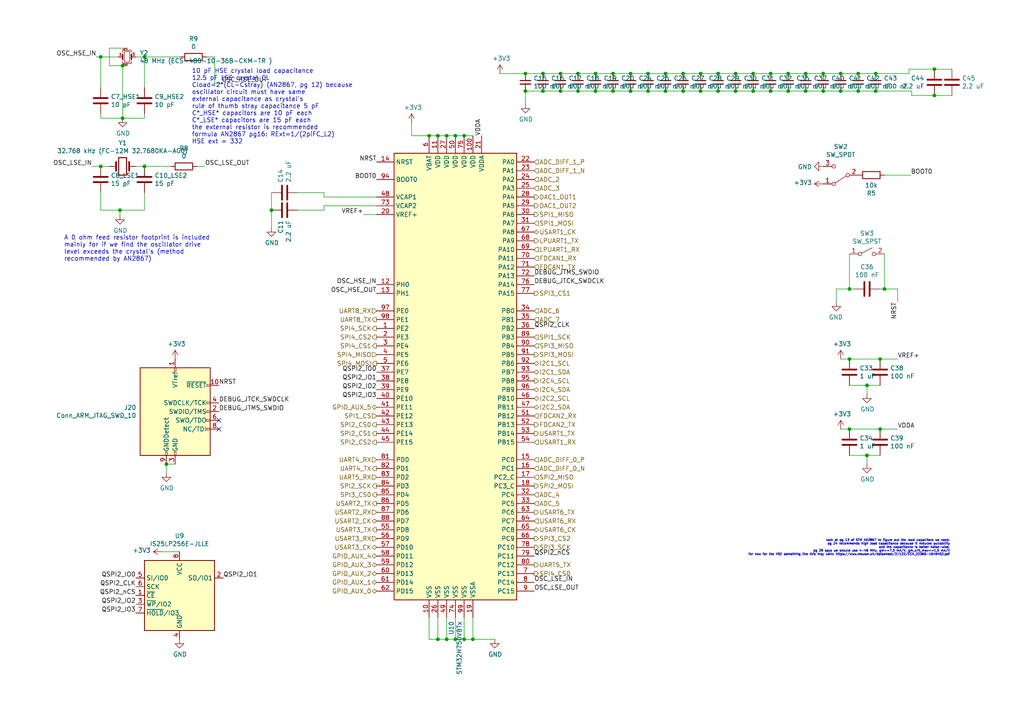
<source format=kicad_sch>
(kicad_sch (version 20211123) (generator eeschema)
  (paper "A4")
  (title_block (title "Avionics STM32 generic node") (date "2022-04-02") (rev "RC2 (Marroncino)") (company "EPFL Xplore") (comment 1 "Authors: Yassine Bakkali, Paolo Celati"))
  (lib_symbols
    (symbol "Connector:Conn_ARM_JTAG_SWD_10" (pin_names (offset 1.016))
      (property "Reference" "J" (at -2.54 16.51 0))
      (property "Value" "Conn_ARM_JTAG_SWD_10" (at -2.54 13.97 0))
      (symbol "Conn_ARM_JTAG_SWD_10_0_1"
        (rectangle (start -10.16 12.7) (end 10.16 -12.7) (stroke (width 0.254)) (fill (type background)))
        (rectangle (start -2.794 -12.7) (end -2.286 -11.684))
        (rectangle (start -0.254 -12.7) (end 0.254 -11.684))
        (rectangle (start -0.254 12.7) (end 0.254 11.684))
        (rectangle (start 9.144 2.286) (end 10.16 2.794))
        (rectangle (start 10.16 -2.794) (end 9.144 -2.286))
        (rectangle (start 10.16 -0.254) (end 9.144 0.254))
        (rectangle (start 10.16 7.874) (end 9.144 7.366))
      )
      (symbol "Conn_ARM_JTAG_SWD_10_1_1"
        (rectangle (start 9.144 -5.334) (end 10.16 -4.826))
        (pin power_in line (at 0 15.24 270) (length 2.54) (name "VTref") (number "1"))
        (pin open_collector line (at 12.7 7.62 180) (length 2.54) (name "~{RESET}") (number "10"))
        (pin bidirectional line (at 12.7 0 180) (length 2.54) (name "SWDIO/TMS") (number "2"))
        (pin power_in line (at 0 -15.24 90) (length 2.54) (name "GND") (number "3"))
        (pin output line (at 12.7 2.54 180) (length 2.54) (name "SWDCLK/TCK") (number "4"))
        (pin passive line (at 0 -15.24 90) (length 2.54) hide (name "GND") (number "5"))
        (pin input line (at 12.7 -2.54 180) (length 2.54) (name "SWO/TDO") (number "6"))
        (pin no_connect line (at -10.16 0 0) (length 2.54) hide (name "KEY") (number "7"))
        (pin output line (at 12.7 -5.08 180) (length 2.54) (name "NC/TDI") (number "8"))
        (pin passive line (at -2.54 -15.24 90) (length 2.54) (name "GNDDetect") (number "9"))
      )
    )
    (symbol "Device:C" (pin_numbers hide) (pin_names (offset 0.254))
      (property "Reference" "C" (at 0.635 2.54 0))
      (property "Value" "C" (at 0.635 -2.54 0))
      (symbol "C_0_1"
        (polyline (pts (xy -2.032 -0.762) (xy 2.032 -0.762)) (stroke (width 0.508)))
        (polyline (pts (xy -2.032 0.762) (xy 2.032 0.762)) (stroke (width 0.508)))
      )
      (symbol "C_1_1"
        (pin passive line (at 0 3.81 270) (length 2.794) (name "~") (number "1"))
        (pin passive line (at 0 -3.81 90) (length 2.794) (name "~") (number "2"))
      )
    )
    (symbol "Device:C_Small" (pin_numbers hide) (pin_names (offset 0.254) hide)
      (property "Reference" "C" (at 0.254 1.778 0))
      (property "Value" "C_Small" (at 0.254 -2.032 0))
      (symbol "C_Small_0_1"
        (polyline (pts (xy -1.524 -0.508) (xy 1.524 -0.508)) (stroke (width 0.3302)))
        (polyline (pts (xy -1.524 0.508) (xy 1.524 0.508)) (stroke (width 0.3048)))
      )
      (symbol "C_Small_1_1"
        (pin passive line (at 0 2.54 270) (length 2.032) (name "~") (number "1"))
        (pin passive line (at 0 -2.54 90) (length 2.032) (name "~") (number "2"))
      )
    )
    (symbol "Device:Crystal" (pin_numbers hide) (pin_names (offset 1.016) hide)
      (property "Reference" "Y" (at 0 3.81 0))
      (property "Value" "Crystal" (at 0 -3.81 0))
      (symbol "Crystal_0_1"
        (rectangle (start -1.143 2.54) (end 1.143 -2.54) (stroke (width 0.3048)))
        (polyline (pts (xy -2.54 0) (xy -1.905 0)))
        (polyline (pts (xy -1.905 -1.27) (xy -1.905 1.27)) (stroke (width 0.508)))
        (polyline (pts (xy 1.905 -1.27) (xy 1.905 1.27)) (stroke (width 0.508)))
        (polyline (pts (xy 2.54 0) (xy 1.905 0)))
      )
      (symbol "Crystal_1_1"
        (pin passive line (at -3.81 0 0) (length 1.27) (name "1") (number "1"))
        (pin passive line (at 3.81 0 180) (length 1.27) (name "2") (number "2"))
      )
    )
    (symbol "Device:Crystal_GND24_Small" (pin_names (offset 1.016) hide)
      (property "Reference" "Y" (at 1.27 4.445 0))
      (property "Value" "Crystal_GND24_Small" (at 1.27 2.54 0))
      (symbol "Crystal_GND24_Small_0_1"
        (rectangle (start -0.762 -1.524) (end 0.762 1.524))
        (polyline (pts (xy -1.27 -0.762) (xy -1.27 0.762)) (stroke (width 0.381)))
        (polyline (pts (xy 1.27 -0.762) (xy 1.27 0.762)) (stroke (width 0.381)))
        (polyline (pts (xy -1.27 -1.27) (xy -1.27 -1.905) (xy 1.27 -1.905) (xy 1.27 -1.27)))
        (polyline (pts (xy -1.27 1.27) (xy -1.27 1.905) (xy 1.27 1.905) (xy 1.27 1.27)))
      )
      (symbol "Crystal_GND24_Small_1_1"
        (pin passive line (at -2.54 0 0) (length 1.27) (name "1") (number "1"))
        (pin passive line (at 0 -2.54 90) (length 0.635) (name "2") (number "2"))
        (pin passive line (at 2.54 0 180) (length 1.27) (name "3") (number "3"))
        (pin passive line (at 0 2.54 270) (length 0.635) (name "4") (number "4"))
      )
    )
    (symbol "Device:R" (pin_numbers hide) (pin_names (offset 0))
      (property "Reference" "R" (at 2.032 0 90))
      (property "Value" "R" (at 0 0 90))
      (symbol "R_0_1"
        (rectangle (start -1.016 -2.54) (end 1.016 2.54) (stroke (width 0.254)))
      )
      (symbol "R_1_1"
        (pin passive line (at 0 3.81 270) (length 1.27) (name "~") (number "1"))
        (pin passive line (at 0 -3.81 90) (length 1.27) (name "~") (number "2"))
      )
    )
    (symbol "MCU_ST_STM32H7:STM32H750VBTx"
      (property "Reference" "U" (at -17.78 64.77 0))
      (property "Value" "STM32H750VBTx" (at 10.16 64.77 0))
      (symbol "STM32H750VBTx_0_1"
        (rectangle (start -17.78 -66.04) (end 17.78 63.5) (stroke (width 0.254)) (fill (type background)))
      )
      (symbol "STM32H750VBTx_1_1"
        (pin bidirectional line (at -22.86 12.7 0) (length 5.08) (name "PE2") (number "1"))
        (pin power_in line (at -7.62 -71.12 90) (length 5.08) (name "VSS") (number "10"))
        (pin power_in line (at 5.08 68.58 270) (length 5.08) (name "VDD") (number "100"))
        (pin power_in line (at -5.08 68.58 270) (length 5.08) (name "VDD") (number "11"))
        (pin input line (at -22.86 25.4 0) (length 5.08) (name "PH0") (number "12"))
        (pin input line (at -22.86 22.86 0) (length 5.08) (name "PH1") (number "13"))
        (pin input line (at -22.86 60.96 0) (length 5.08) (name "NRST") (number "14"))
        (pin bidirectional line (at 22.86 -25.4 180) (length 5.08) (name "PC0") (number "15"))
        (pin bidirectional line (at 22.86 -27.94 180) (length 5.08) (name "PC1") (number "16"))
        (pin bidirectional line (at 22.86 -30.48 180) (length 5.08) (name "PC2_C") (number "17"))
        (pin bidirectional line (at 22.86 -33.02 180) (length 5.08) (name "PC3_C") (number "18"))
        (pin power_in line (at 5.08 -71.12 90) (length 5.08) (name "VSSA") (number "19"))
        (pin bidirectional line (at -22.86 10.16 0) (length 5.08) (name "PE3") (number "2"))
        (pin bidirectional line (at -22.86 45.72 0) (length 5.08) (name "VREF+") (number "20"))
        (pin power_in line (at 7.62 68.58 270) (length 5.08) (name "VDDA") (number "21"))
        (pin bidirectional line (at 22.86 60.96 180) (length 5.08) (name "PA0") (number "22"))
        (pin bidirectional line (at 22.86 58.42 180) (length 5.08) (name "PA1") (number "23"))
        (pin bidirectional line (at 22.86 55.88 180) (length 5.08) (name "PA2") (number "24"))
        (pin bidirectional line (at 22.86 53.34 180) (length 5.08) (name "PA3") (number "25"))
        (pin power_in line (at -5.08 -71.12 90) (length 5.08) (name "VSS") (number "26"))
        (pin power_in line (at -2.54 68.58 270) (length 5.08) (name "VDD") (number "27"))
        (pin bidirectional line (at 22.86 50.8 180) (length 5.08) (name "PA4") (number "28"))
        (pin bidirectional line (at 22.86 48.26 180) (length 5.08) (name "PA5") (number "29"))
        (pin bidirectional line (at -22.86 7.62 0) (length 5.08) (name "PE4") (number "3"))
        (pin bidirectional line (at 22.86 45.72 180) (length 5.08) (name "PA6") (number "30"))
        (pin bidirectional line (at 22.86 43.18 180) (length 5.08) (name "PA7") (number "31"))
        (pin bidirectional line (at 22.86 -35.56 180) (length 5.08) (name "PC4") (number "32"))
        (pin bidirectional line (at 22.86 -38.1 180) (length 5.08) (name "PC5") (number "33"))
        (pin bidirectional line (at 22.86 17.78 180) (length 5.08) (name "PB0") (number "34"))
        (pin bidirectional line (at 22.86 15.24 180) (length 5.08) (name "PB1") (number "35"))
        (pin bidirectional line (at 22.86 12.7 180) (length 5.08) (name "PB2") (number "36"))
        (pin bidirectional line (at -22.86 0 0) (length 5.08) (name "PE7") (number "37"))
        (pin bidirectional line (at -22.86 -2.54 0) (length 5.08) (name "PE8") (number "38"))
        (pin bidirectional line (at -22.86 -5.08 0) (length 5.08) (name "PE9") (number "39"))
        (pin bidirectional line (at -22.86 5.08 0) (length 5.08) (name "PE5") (number "4"))
        (pin bidirectional line (at -22.86 -7.62 0) (length 5.08) (name "PE10") (number "40"))
        (pin bidirectional line (at -22.86 -10.16 0) (length 5.08) (name "PE11") (number "41"))
        (pin bidirectional line (at -22.86 -12.7 0) (length 5.08) (name "PE12") (number "42"))
        (pin bidirectional line (at -22.86 -15.24 0) (length 5.08) (name "PE13") (number "43"))
        (pin bidirectional line (at -22.86 -17.78 0) (length 5.08) (name "PE14") (number "44"))
        (pin bidirectional line (at -22.86 -20.32 0) (length 5.08) (name "PE15") (number "45"))
        (pin bidirectional line (at 22.86 -7.62 180) (length 5.08) (name "PB10") (number "46"))
        (pin bidirectional line (at 22.86 -10.16 180) (length 5.08) (name "PB11") (number "47"))
        (pin power_in line (at -22.86 50.8 0) (length 5.08) (name "VCAP1") (number "48"))
        (pin power_in line (at -2.54 -71.12 90) (length 5.08) (name "VSS") (number "49"))
        (pin bidirectional line (at -22.86 2.54 0) (length 5.08) (name "PE6") (number "5"))
        (pin power_in line (at 0 68.58 270) (length 5.08) (name "VDD") (number "50"))
        (pin bidirectional line (at 22.86 -12.7 180) (length 5.08) (name "PB12") (number "51"))
        (pin bidirectional line (at 22.86 -15.24 180) (length 5.08) (name "PB13") (number "52"))
        (pin bidirectional line (at 22.86 -17.78 180) (length 5.08) (name "PB14") (number "53"))
        (pin bidirectional line (at 22.86 -20.32 180) (length 5.08) (name "PB15") (number "54"))
        (pin bidirectional line (at -22.86 -45.72 0) (length 5.08) (name "PD8") (number "55"))
        (pin bidirectional line (at -22.86 -48.26 0) (length 5.08) (name "PD9") (number "56"))
        (pin bidirectional line (at -22.86 -50.8 0) (length 5.08) (name "PD10") (number "57"))
        (pin bidirectional line (at -22.86 -53.34 0) (length 5.08) (name "PD11") (number "58"))
        (pin bidirectional line (at -22.86 -55.88 0) (length 5.08) (name "PD12") (number "59"))
        (pin power_in line (at -7.62 68.58 270) (length 5.08) (name "VBAT") (number "6"))
        (pin bidirectional line (at -22.86 -58.42 0) (length 5.08) (name "PD13") (number "60"))
        (pin bidirectional line (at -22.86 -60.96 0) (length 5.08) (name "PD14") (number "61"))
        (pin bidirectional line (at -22.86 -63.5 0) (length 5.08) (name "PD15") (number "62"))
        (pin bidirectional line (at 22.86 -40.64 180) (length 5.08) (name "PC6") (number "63"))
        (pin bidirectional line (at 22.86 -43.18 180) (length 5.08) (name "PC7") (number "64"))
        (pin bidirectional line (at 22.86 -45.72 180) (length 5.08) (name "PC8") (number "65"))
        (pin bidirectional line (at 22.86 -48.26 180) (length 5.08) (name "PC9") (number "66"))
        (pin bidirectional line (at 22.86 40.64 180) (length 5.08) (name "PA8") (number "67"))
        (pin bidirectional line (at 22.86 38.1 180) (length 5.08) (name "PA9") (number "68"))
        (pin bidirectional line (at 22.86 35.56 180) (length 5.08) (name "PA10") (number "69"))
        (pin bidirectional line (at 22.86 -58.42 180) (length 5.08) (name "PC13") (number "7"))
        (pin bidirectional line (at 22.86 33.02 180) (length 5.08) (name "PA11") (number "70"))
        (pin bidirectional line (at 22.86 30.48 180) (length 5.08) (name "PA12") (number "71"))
        (pin bidirectional line (at 22.86 27.94 180) (length 5.08) (name "PA13") (number "72"))
        (pin power_in line (at -22.86 48.26 0) (length 5.08) (name "VCAP2") (number "73"))
        (pin power_in line (at 0 -71.12 90) (length 5.08) (name "VSS") (number "74"))
        (pin power_in line (at 2.54 68.58 270) (length 5.08) (name "VDD") (number "75"))
        (pin bidirectional line (at 22.86 25.4 180) (length 5.08) (name "PA14") (number "76"))
        (pin bidirectional line (at 22.86 22.86 180) (length 5.08) (name "PA15") (number "77"))
        (pin bidirectional line (at 22.86 -50.8 180) (length 5.08) (name "PC10") (number "78"))
        (pin bidirectional line (at 22.86 -53.34 180) (length 5.08) (name "PC11") (number "79"))
        (pin bidirectional line (at 22.86 -60.96 180) (length 5.08) (name "PC14") (number "8"))
        (pin bidirectional line (at 22.86 -55.88 180) (length 5.08) (name "PC12") (number "80"))
        (pin bidirectional line (at -22.86 -25.4 0) (length 5.08) (name "PD0") (number "81"))
        (pin bidirectional line (at -22.86 -27.94 0) (length 5.08) (name "PD1") (number "82"))
        (pin bidirectional line (at -22.86 -30.48 0) (length 5.08) (name "PD2") (number "83"))
        (pin bidirectional line (at -22.86 -33.02 0) (length 5.08) (name "PD3") (number "84"))
        (pin bidirectional line (at -22.86 -35.56 0) (length 5.08) (name "PD4") (number "85"))
        (pin bidirectional line (at -22.86 -38.1 0) (length 5.08) (name "PD5") (number "86"))
        (pin bidirectional line (at -22.86 -40.64 0) (length 5.08) (name "PD6") (number "87"))
        (pin bidirectional line (at -22.86 -43.18 0) (length 5.08) (name "PD7") (number "88"))
        (pin bidirectional line (at 22.86 10.16 180) (length 5.08) (name "PB3") (number "89"))
        (pin bidirectional line (at 22.86 -63.5 180) (length 5.08) (name "PC15") (number "9"))
        (pin bidirectional line (at 22.86 7.62 180) (length 5.08) (name "PB4") (number "90"))
        (pin bidirectional line (at 22.86 5.08 180) (length 5.08) (name "PB5") (number "91"))
        (pin bidirectional line (at 22.86 2.54 180) (length 5.08) (name "PB6") (number "92"))
        (pin bidirectional line (at 22.86 0 180) (length 5.08) (name "PB7") (number "93"))
        (pin input line (at -22.86 55.88 0) (length 5.08) (name "BOOT0") (number "94"))
        (pin bidirectional line (at 22.86 -2.54 180) (length 5.08) (name "PB8") (number "95"))
        (pin bidirectional line (at 22.86 -5.08 180) (length 5.08) (name "PB9") (number "96"))
        (pin bidirectional line (at -22.86 17.78 0) (length 5.08) (name "PE0") (number "97"))
        (pin bidirectional line (at -22.86 15.24 0) (length 5.08) (name "PE1") (number "98"))
        (pin power_in line (at 2.54 -71.12 90) (length 5.08) (name "VSS") (number "99"))
      )
    )
    (symbol "Switch:SW_SPDT" (pin_names (offset 0) hide)
      (property "Reference" "SW" (at 0 4.318 0))
      (property "Value" "SW_SPDT" (at 0 -5.08 0))
      (symbol "SW_SPDT_0_0"
        (circle (center -2.032 0) (radius 0.508))
        (circle (center 2.032 -2.54) (radius 0.508))
      )
      (symbol "SW_SPDT_0_1"
        (polyline (pts (xy -1.524 0.254) (xy 1.651 2.286)))
        (circle (center 2.032 2.54) (radius 0.508))
      )
      (symbol "SW_SPDT_1_1"
        (pin passive line (at 5.08 2.54 180) (length 2.54) (name "A") (number "1"))
        (pin passive line (at -5.08 0 0) (length 2.54) (name "B") (number "2"))
        (pin passive line (at 5.08 -2.54 180) (length 2.54) (name "C") (number "3"))
      )
    )
    (symbol "Switch:SW_SPST" (pin_names (offset 0) hide)
      (property "Reference" "SW" (at 0 3.175 0))
      (property "Value" "SW_SPST" (at 0 -2.54 0))
      (symbol "SW_SPST_0_0"
        (circle (center -2.032 0) (radius 0.508))
        (polyline (pts (xy -1.524 0.254) (xy 1.524 1.778)))
        (circle (center 2.032 0) (radius 0.508))
      )
      (symbol "SW_SPST_1_1"
        (pin passive line (at -5.08 0 0) (length 2.54) (name "A") (number "1"))
        (pin passive line (at 5.08 0 180) (length 2.54) (name "B") (number "2"))
      )
    )
    (symbol "avionics_library:IS25LP256E-JLLE"
      (property "Reference" "U" (at -8.89 11.43 0))
      (property "Value" "IS25LP256E-JLLE" (at 8.89 11.43 0))
      (symbol "IS25LP256E-JLLE_0_1"
        (rectangle (start 10.16 -10.16) (end -10.16 10.16) (stroke (width 0.254)) (fill (type background)))
        (pin input line (at -12.7 0 0) (length 2.54) (name "~{CE}") (number "1"))
        (pin bidirectional line (at 12.7 5.08 180) (length 2.54) (name "SO/IO1") (number "2"))
        (pin bidirectional line (at -12.7 -2.54 0) (length 2.54) (name "~{WP}/IO2") (number "3"))
        (pin power_in line (at 0 -12.7 90) (length 2.54) (name "GND") (number "4"))
        (pin bidirectional line (at -12.7 5.08 0) (length 2.54) (name "SI/IO0") (number "5"))
        (pin input line (at -12.7 2.54 0) (length 2.54) (name "SCK") (number "6"))
        (pin bidirectional line (at -12.7 -5.08 0) (length 2.54) (name "~{HOLD}/IO3") (number "7"))
        (pin power_in line (at 0 12.7 270) (length 2.54) (name "VCC") (number "8"))
      )
    )
    (symbol "power:+3V3" (power) (pin_names (offset 0))
      (property "Value" "+3V3" (at 0 3.556 0))
      (symbol "+3V3_0_1"
        (polyline (pts (xy -0.762 1.27) (xy 0 2.54)))
        (polyline (pts (xy 0 0) (xy 0 2.54)))
        (polyline (pts (xy 0 2.54) (xy 0.762 1.27)))
      )
      (symbol "+3V3_1_1"
        (pin power_in line (at 0 0 90) (length 0) hide (name "+3V3") (number "1"))
      )
    )
    (symbol "power:GND" (power) (pin_names (offset 0))
      (property "Value" "GND" (at 0 -3.81 0))
      (symbol "GND_0_1"
        (polyline (pts (xy 0 0) (xy 0 -1.27) (xy 1.27 -1.27) (xy 0 -2.54) (xy -1.27 -1.27) (xy 0 -1.27)))
      )
      (symbol "GND_1_1"
        (pin power_in line (at 0 0 270) (length 0) hide (name "GND") (number "1"))
      )
    )
  )
  (junction (at 182.88 21.336))
  (junction (at 248.92 26.416))
  (junction (at 213.36 26.416))
  (junction (at 129.54 185.42))
  (junction (at 124.46 39.37))
  (junction (at 271.018 27.686))
  (junction (at 48.26 134.62))
  (junction (at 198.12 21.336))
  (junction (at 256.54 83.82))
  (junction (at 208.28 26.416))
  (junction (at 223.52 26.416))
  (junction (at 167.64 26.416))
  (junction (at 187.96 26.416))
  (junction (at 233.68 21.336))
  (junction (at 127 185.42))
  (junction (at 41.91 16.51))
  (junction (at 172.72 21.336))
  (junction (at 203.2 21.336))
  (junction (at 251.46 111.76))
  (junction (at 41.91 48.26))
  (junction (at 157.48 26.416))
  (junction (at 243.84 26.416))
  (junction (at 34.798 60.96))
  (junction (at 248.92 21.336))
  (junction (at 134.62 185.42))
  (junction (at 223.52 21.336))
  (junction (at 218.44 21.336))
  (junction (at 233.68 26.416))
  (junction (at 132.08 185.42))
  (junction (at 162.56 26.416))
  (junction (at 162.56 21.336))
  (junction (at 157.48 21.336))
  (junction (at 29.21 48.26))
  (junction (at 246.38 124.46))
  (junction (at 203.2 26.416))
  (junction (at 152.4 26.416))
  (junction (at 198.12 26.416))
  (junction (at 35.56 19.05))
  (junction (at 78.74 60.96))
  (junction (at 238.76 21.336))
  (junction (at 177.8 26.416))
  (junction (at 255.27 104.14))
  (junction (at 254 21.336))
  (junction (at 177.8 21.336))
  (junction (at 218.44 26.416))
  (junction (at 254 26.416))
  (junction (at 152.4 21.336))
  (junction (at 35.56 34.29))
  (junction (at 129.54 39.37))
  (junction (at 182.88 26.416))
  (junction (at 127 39.37))
  (junction (at 137.16 185.42))
  (junction (at 193.04 26.416))
  (junction (at 271.018 20.066))
  (junction (at 246.38 83.82))
  (junction (at 167.64 21.336))
  (junction (at 228.6 26.416))
  (junction (at 251.46 132.08))
  (junction (at 238.76 26.416))
  (junction (at 187.96 21.336))
  (junction (at 213.36 21.336))
  (junction (at 243.84 21.336))
  (junction (at 255.27 124.46))
  (junction (at 228.6 21.336))
  (junction (at 246.38 104.14))
  (junction (at 29.21 16.51))
  (junction (at 132.08 39.37))
  (junction (at 193.04 21.336))
  (junction (at 134.62 39.37))
  (junction (at 172.72 26.416))
  (junction (at 208.28 21.336))
  (no_connect (at 63.5 121.92))
  (no_connect (at 63.5 124.46))
  (wire (pts (xy 255.27 104.14) (xy 246.38 104.14)))
  (wire (pts (xy 198.12 21.336) (xy 193.04 21.336)))
  (wire (pts (xy 246.38 111.76) (xy 251.46 111.76)))
  (wire (pts (xy 35.56 34.29) (xy 35.56 19.05)))
  (wire (pts (xy 193.04 26.416) (xy 187.96 26.416)))
  (wire (pts (xy 182.88 26.416) (xy 177.8 26.416)))
  (wire (pts (xy 254 21.336) (xy 263.652 21.336)))
  (wire (pts (xy 41.91 55.88) (xy 41.91 60.96)))
  (wire (pts (xy 271.018 20.066) (xy 263.652 20.066)))
  (wire (pts (xy 255.27 124.46) (xy 246.38 124.46)))
  (wire (pts (xy 145.034 21.336) (xy 152.4 21.336)))
  (wire (pts (xy 276.098 27.686) (xy 271.018 27.686)))
  (wire (pts (xy 238.76 26.416) (xy 233.68 26.416)))
  (wire (pts (xy 119.38 39.37) (xy 119.38 35.56)))
  (wire (pts (xy 233.68 21.336) (xy 228.6 21.336)))
  (wire (pts (xy 228.6 26.416) (xy 223.52 26.416)))
  (wire (pts (xy 134.62 185.42) (xy 134.62 179.07)))
  (wire (pts (xy 41.91 34.29) (xy 41.91 33.02)))
  (wire (pts (xy 203.2 21.336) (xy 198.12 21.336)))
  (wire (pts (xy 218.44 26.416) (xy 213.36 26.416)))
  (wire (pts (xy 78.74 60.96) (xy 78.74 55.88)))
  (wire (pts (xy 31.75 19.05) (xy 31.75 13.97)))
  (wire (pts (xy 35.56 34.29) (xy 41.91 34.29)))
  (wire (pts (xy 260.35 104.14) (xy 255.27 104.14)))
  (wire (pts (xy 31.75 48.26) (xy 29.21 48.26)))
  (wire (pts (xy 172.72 21.336) (xy 167.64 21.336)))
  (wire (pts (xy 256.54 73.66) (xy 256.54 83.82)))
  (wire (pts (xy 254 21.336) (xy 248.92 21.336)))
  (wire (pts (xy 251.46 132.08) (xy 255.27 132.08)))
  (wire (pts (xy 31.75 13.97) (xy 36.83 13.97)))
  (wire (pts (xy 129.54 39.37) (xy 132.08 39.37)))
  (wire (pts (xy 137.16 179.07) (xy 137.16 185.42)))
  (wire (pts (xy 41.91 16.51) (xy 52.324 16.51)))
  (wire (pts (xy 218.44 21.336) (xy 213.36 21.336)))
  (wire (pts (xy 177.8 26.416) (xy 172.72 26.416)))
  (wire (pts (xy 105.41 62.23) (xy 109.22 62.23)))
  (wire (pts (xy 62.23 24.13) (xy 62.23 16.51)))
  (wire (pts (xy 182.88 21.336) (xy 177.8 21.336)))
  (wire (pts (xy 124.46 39.37) (xy 127 39.37)))
  (wire (pts (xy 29.21 60.96) (xy 34.798 60.96)))
  (wire (pts (xy 243.84 26.416) (xy 238.76 26.416)))
  (wire (pts (xy 162.56 26.416) (xy 157.48 26.416)))
  (wire (pts (xy 276.098 20.066) (xy 271.018 20.066)))
  (wire (pts (xy 167.64 26.416) (xy 162.56 26.416)))
  (wire (pts (xy 50.8 134.62) (xy 48.26 134.62)))
  (wire (pts (xy 243.84 21.336) (xy 238.76 21.336)))
  (wire (pts (xy 41.91 16.51) (xy 41.91 25.4)))
  (wire (pts (xy 134.62 39.37) (xy 137.16 39.37)))
  (wire (pts (xy 93.98 57.15) (xy 93.98 55.88)))
  (wire (pts (xy 157.48 26.416) (xy 152.4 26.416)))
  (wire (pts (xy 34.798 62.484) (xy 34.798 60.96)))
  (wire (pts (xy 86.36 60.96) (xy 93.98 60.96)))
  (wire (pts (xy 177.8 21.336) (xy 172.72 21.336)))
  (wire (pts (xy 242.57 83.82) (xy 242.57 87.63)))
  (wire (pts (xy 35.56 19.05) (xy 31.75 19.05)))
  (wire (pts (xy 124.46 179.07) (xy 124.46 185.42)))
  (wire (pts (xy 260.35 83.82) (xy 260.35 87.63)))
  (wire (pts (xy 41.91 48.26) (xy 49.53 48.26)))
  (wire (pts (xy 246.38 124.46) (xy 243.84 124.46)))
  (wire (pts (xy 208.28 21.336) (xy 203.2 21.336)))
  (wire (pts (xy 93.98 57.15) (xy 109.22 57.15)))
  (wire (pts (xy 264.414 27.686) (xy 264.414 26.416)))
  (wire (pts (xy 187.96 26.416) (xy 182.88 26.416)))
  (wire (pts (xy 27.94 16.51) (xy 29.21 16.51)))
  (wire (pts (xy 238.76 21.336) (xy 233.68 21.336)))
  (wire (pts (xy 127 179.07) (xy 127 185.42)))
  (wire (pts (xy 246.38 104.14) (xy 243.84 104.14)))
  (wire (pts (xy 248.92 26.416) (xy 254 26.416)))
  (wire (pts (xy 137.16 185.42) (xy 143.51 185.42)))
  (wire (pts (xy 193.04 21.336) (xy 187.96 21.336)))
  (wire (pts (xy 29.21 16.51) (xy 34.29 16.51)))
  (wire (pts (xy 162.56 21.336) (xy 157.48 21.336)))
  (wire (pts (xy 203.2 26.416) (xy 198.12 26.416)))
  (wire (pts (xy 36.83 19.05) (xy 35.56 19.05)))
  (wire (pts (xy 78.74 60.96) (xy 78.74 66.04)))
  (wire (pts (xy 256.54 83.82) (xy 260.35 83.82)))
  (wire (pts (xy 233.68 26.416) (xy 228.6 26.416)))
  (wire (pts (xy 129.54 179.07) (xy 129.54 185.42)))
  (wire (pts (xy 132.08 39.37) (xy 134.62 39.37)))
  (wire (pts (xy 48.26 137.16) (xy 48.26 134.62)))
  (wire (pts (xy 127 39.37) (xy 129.54 39.37)))
  (wire (pts (xy 64.262 24.13) (xy 62.23 24.13)))
  (wire (pts (xy 246.38 132.08) (xy 251.46 132.08)))
  (wire (pts (xy 172.72 26.416) (xy 167.64 26.416)))
  (wire (pts (xy 223.52 21.336) (xy 218.44 21.336)))
  (wire (pts (xy 187.96 21.336) (xy 182.88 21.336)))
  (wire (pts (xy 39.37 16.51) (xy 41.91 16.51)))
  (wire (pts (xy 127 185.42) (xy 129.54 185.42)))
  (wire (pts (xy 263.652 20.066) (xy 263.652 21.336)))
  (wire (pts (xy 86.36 55.88) (xy 93.98 55.88)))
  (wire (pts (xy 46.99 160.02) (xy 52.07 160.02)))
  (wire (pts (xy 255.27 83.82) (xy 256.54 83.82)))
  (wire (pts (xy 134.62 185.42) (xy 137.16 185.42)))
  (wire (pts (xy 39.37 48.26) (xy 41.91 48.26)))
  (wire (pts (xy 213.36 26.416) (xy 208.28 26.416)))
  (wire (pts (xy 29.21 60.96) (xy 29.21 55.88)))
  (wire (pts (xy 62.23 16.51) (xy 59.944 16.51)))
  (wire (pts (xy 208.28 26.416) (xy 203.2 26.416)))
  (wire (pts (xy 246.38 83.82) (xy 242.57 83.82)))
  (wire (pts (xy 129.54 185.42) (xy 132.08 185.42)))
  (wire (pts (xy 256.54 50.8) (xy 264.16 50.8)))
  (wire (pts (xy 254 26.416) (xy 264.414 26.416)))
  (wire (pts (xy 248.92 26.416) (xy 243.84 26.416)))
  (wire (pts (xy 29.21 33.02) (xy 29.21 34.29)))
  (wire (pts (xy 260.35 124.46) (xy 255.27 124.46)))
  (wire (pts (xy 251.46 132.08) (xy 251.46 134.62)))
  (wire (pts (xy 34.798 60.96) (xy 41.91 60.96)))
  (wire (pts (xy 93.98 59.69) (xy 109.22 59.69)))
  (wire (pts (xy 271.018 27.686) (xy 264.414 27.686)))
  (wire (pts (xy 247.65 83.82) (xy 246.38 83.82)))
  (wire (pts (xy 251.46 111.76) (xy 251.46 114.3)))
  (wire (pts (xy 124.46 39.37) (xy 119.38 39.37)))
  (wire (pts (xy 93.98 60.96) (xy 93.98 59.69)))
  (wire (pts (xy 132.08 185.42) (xy 134.62 185.42)))
  (wire (pts (xy 26.67 48.26) (xy 29.21 48.26)))
  (wire (pts (xy 251.46 111.76) (xy 255.27 111.76)))
  (wire (pts (xy 124.46 185.42) (xy 127 185.42)))
  (wire (pts (xy 228.6 21.336) (xy 223.52 21.336)))
  (wire (pts (xy 59.436 48.26) (xy 57.15 48.26)))
  (wire (pts (xy 248.92 21.336) (xy 243.84 21.336)))
  (wire (pts (xy 223.52 26.416) (xy 218.44 26.416)))
  (wire (pts (xy 29.21 25.4) (xy 29.21 16.51)))
  (wire (pts (xy 167.64 21.336) (xy 162.56 21.336)))
  (wire (pts (xy 246.38 73.66) (xy 246.38 83.82)))
  (wire (pts (xy 213.36 21.336) (xy 208.28 21.336)))
  (wire (pts (xy 198.12 26.416) (xy 193.04 26.416)))
  (wire (pts (xy 29.21 34.29) (xy 35.56 34.29)))
  (wire (pts (xy 157.48 21.336) (xy 152.4 21.336)))
  (wire (pts (xy 152.4 26.416) (xy 152.4 30.226)))
  (wire (pts (xy 132.08 179.07) (xy 132.08 185.42)))
  (text "A 0 ohm feed resistor footprint is included\nmainly for if we find the oscillator drive\nlevel exceeds the crystal's (method\nrecommended by AN2867)" (at 18.542 75.946 0) (effects (font (size 1.27 1.27)) (justify left bottom)))
  (text "look at pg 13 of STM AN2867 to figure out the load capacitors we need.\npg 24 recommends high load capacitance because it reduces pullability\nand the capacitance is better noise-wise.\npg 29 says we should use 4-48 MHz, gm>=7.5 mA/V, gm_crit_max<=1.5 mA/V\nfor now for the HSE something like this may work: https://www.mouser.ch/datasheet/2/122/ECX_2236B-1649452.pdf" (at 275.59 161.29 0) (effects (font (size 0.635 0.635)) (justify right bottom)))
  (text "10 pF HSE crystal load capacitance\n12.5 pF LSE crystal CL\nCload=2*(CL-Cstray) (AN2867, pg 12) because\noscillator circuit must have same\nexternal capacitance as crystal's\nrule of thumb stray capacitance 5 pF\nC*_HSE* capacitors are 10 pF each\nC*_LSE* capacitors are 15 pF each\nthe external resistor is recommended\nformula AN2867 pg16: RExt=1/(2piFC_L2)\nHSE ext = 332" (at 55.626 41.91 0) (effects (font (size 1.27 1.27)) (justify left bottom)))
  (label "QSPI2_IO2" (at 39.37 175.26 180))
  (label "NRST" (at 63.5 111.76 0))
  (label "VREF+" (at 105.41 62.23 180))
  (label "VDDA" (at 139.7 39.37 90))
  (label "QSPI2_CLK" (at 39.37 170.18 180))
  (label "QSPI2_IO1" (at 109.22 110.49 180))
  (label "OSC_HSE_OUT" (at 64.262 24.13 0))
  (label "QSPI2_IO3" (at 39.37 177.8 180))
  (label "BOOT0" (at 264.16 50.8 0))
  (label "DEBUG_JTMS_SWDIO" (at 63.5 119.38 0))
  (label "OSC_HSE_OUT" (at 109.22 85.09 180))
  (label "QSPI2_IO2" (at 109.22 113.03 180))
  (label "DEBUG_JTMS_SWDIO" (at 154.94 80.01 0))
  (label "QSPI2_nCS" (at 39.37 172.72 180))
  (label "DEBUG_JTCK_SWDCLK" (at 154.94 82.55 0))
  (label "QSPI2_IO3" (at 109.22 115.57 180))
  (label "BOOT0" (at 109.22 52.07 180))
  (label "OSC_LSE_IN" (at 26.67 48.26 180))
  (label "VREF+" (at 260.35 104.14 0))
  (label "QSPI2_IO0" (at 39.37 167.64 180))
  (label "DEBUG_JTCK_SWDCLK" (at 63.5 116.84 0))
  (label "QSPI2_CLK" (at 154.94 95.25 0))
  (label "QSPI2_nCS" (at 154.94 161.29 0))
  (label "NRST" (at 260.35 87.63 270))
  (label "QSPI2_IO1" (at 64.77 167.64 0))
  (label "OSC_LSE_IN" (at 154.94 168.91 0))
  (label "OSC_LSE_OUT" (at 154.94 171.45 0))
  (label "OSC_HSE_IN" (at 27.94 16.51 180))
  (label "NRST" (at 109.22 46.99 180))
  (label "QSPI2_IO0" (at 109.22 107.95 180))
  (label "OSC_HSE_IN" (at 109.22 82.55 180))
  (label "VDDA" (at 260.35 124.46 0))
  (label "OSC_LSE_OUT" (at 59.436 48.26 0))
  (hierarchical_label "ADC_2" (shape input) (at 154.94 52.07 0))
  (hierarchical_label "USART2_RX" (shape input) (at 109.22 148.59 180))
  (hierarchical_label "SPI2_CS1" (shape output) (at 109.22 125.73 180))
  (hierarchical_label "SPI3_CS1" (shape output) (at 154.94 85.09 0))
  (hierarchical_label "ADC_DIFF_0_P" (shape input) (at 154.94 133.35 0))
  (hierarchical_label "GPIO_AUX_1" (shape bidirectional) (at 109.22 168.91 180))
  (hierarchical_label "SPI1_CS" (shape input) (at 109.22 120.65 180))
  (hierarchical_label "SPI3_SCK" (shape output) (at 154.94 158.75 0))
  (hierarchical_label "ADC_DIFF_0_N" (shape input) (at 154.94 135.89 0))
  (hierarchical_label "FDCAN2_TX" (shape output) (at 154.94 123.19 0))
  (hierarchical_label "USART6_TX" (shape output) (at 154.94 148.59 0))
  (hierarchical_label "I2C2_SDA" (shape tri_state) (at 154.94 118.11 0))
  (hierarchical_label "ADC_3" (shape input) (at 154.94 54.61 0))
  (hierarchical_label "UART4_RX" (shape input) (at 109.22 133.35 180))
  (hierarchical_label "GPIO_AUX_2" (shape bidirectional) (at 109.22 166.37 180))
  (hierarchical_label "I2C1_SCL" (shape tri_state) (at 154.94 105.41 0))
  (hierarchical_label "UART8_TX" (shape output) (at 109.22 92.71 180))
  (hierarchical_label "GPIO_AUX_0" (shape bidirectional) (at 109.22 171.45 180))
  (hierarchical_label "SPI4_SCK" (shape output) (at 109.22 95.25 180))
  (hierarchical_label "SPI1_MOSI" (shape input) (at 154.94 64.77 0))
  (hierarchical_label "DAC1_OUT2" (shape output) (at 154.94 59.69 0))
  (hierarchical_label "UART5_RX" (shape input) (at 109.22 138.43 180))
  (hierarchical_label "USART1_RX" (shape input) (at 154.94 128.27 0))
  (hierarchical_label "SPI4_MISO" (shape input) (at 109.22 102.87 180))
  (hierarchical_label "I2C4_SDA" (shape tri_state) (at 154.94 113.03 0))
  (hierarchical_label "DAC1_OUT1" (shape output) (at 154.94 57.15 0))
  (hierarchical_label "ADC_DIFF_1_N" (shape input) (at 154.94 49.53 0))
  (hierarchical_label "ADC_4" (shape input) (at 154.94 143.51 0))
  (hierarchical_label "ADC_DIFF_1_P" (shape input) (at 154.94 46.99 0))
  (hierarchical_label "SPI3_MISO" (shape input) (at 154.94 100.33 0))
  (hierarchical_label "UART4_TX" (shape output) (at 109.22 135.89 180))
  (hierarchical_label "SPI1_MISO" (shape output) (at 154.94 62.23 0))
  (hierarchical_label "UART8_RX" (shape input) (at 109.22 90.17 180))
  (hierarchical_label "I2C1_SDA" (shape tri_state) (at 154.94 107.95 0))
  (hierarchical_label "SPI1_SCK" (shape input) (at 154.94 97.79 0))
  (hierarchical_label "USART3_TX" (shape output) (at 109.22 153.67 180))
  (hierarchical_label "FDCAN1_TX" (shape input) (at 154.94 77.47 0))
  (hierarchical_label "SPI4_CS2" (shape output) (at 109.22 97.79 180))
  (hierarchical_label "SPI3_CS0" (shape output) (at 109.22 143.51 180))
  (hierarchical_label "LPUART1_RX" (shape input) (at 154.94 72.39 0))
  (hierarchical_label "ADC_7" (shape input) (at 154.94 92.71 0))
  (hierarchical_label "UART5_TX" (shape output) (at 154.94 163.83 0))
  (hierarchical_label "SPI2_MOSI" (shape output) (at 154.94 140.97 0))
  (hierarchical_label "USART3_RX" (shape input) (at 109.22 156.21 180))
  (hierarchical_label "USART2_TX" (shape output) (at 109.22 146.05 180))
  (hierarchical_label "SPI2_CS2" (shape output) (at 109.22 128.27 180))
  (hierarchical_label "SPI2_CS0" (shape output) (at 109.22 123.19 180))
  (hierarchical_label "SPI3_MOSI" (shape output) (at 154.94 102.87 0))
  (hierarchical_label "USART2_CK" (shape bidirectional) (at 109.22 151.13 180))
  (hierarchical_label "GPIO_AUX_4" (shape bidirectional) (at 109.22 161.29 180))
  (hierarchical_label "SPI2_SCK" (shape output) (at 109.22 140.97 180))
  (hierarchical_label "ADC_5" (shape input) (at 154.94 146.05 0))
  (hierarchical_label "GPIO_AUX_5" (shape bidirectional) (at 109.22 118.11 180))
  (hierarchical_label "FDCAN1_RX" (shape input) (at 154.94 74.93 0))
  (hierarchical_label "USART6_CK" (shape bidirectional) (at 154.94 153.67 0))
  (hierarchical_label "USART3_CK" (shape bidirectional) (at 109.22 158.75 180))
  (hierarchical_label "ADC_6" (shape input) (at 154.94 90.17 0))
  (hierarchical_label "USART6_RX" (shape input) (at 154.94 151.13 0))
  (hierarchical_label "USART1_TX" (shape output) (at 154.94 125.73 0))
  (hierarchical_label "FDCAN2_RX" (shape input) (at 154.94 120.65 0))
  (hierarchical_label "SPI2_MISO" (shape input) (at 154.94 138.43 0))
  (hierarchical_label "SPI4_CS1" (shape output) (at 109.22 100.33 180))
  (hierarchical_label "SPI4_MOSI" (shape output) (at 109.22 105.41 180))
  (hierarchical_label "SPI4_CS0" (shape output) (at 154.94 166.37 0))
  (hierarchical_label "SPI3_CS2" (shape output) (at 154.94 156.21 0))
  (hierarchical_label "I2C2_SCL" (shape tri_state) (at 154.94 115.57 0))
  (hierarchical_label "GPIO_AUX_3" (shape bidirectional) (at 109.22 163.83 180))
  (hierarchical_label "LPUART1_TX" (shape output) (at 154.94 69.85 0))
  (hierarchical_label "I2C4_SCL" (shape output) (at 154.94 110.49 0))
  (hierarchical_label "USART1_CK" (shape bidirectional) (at 154.94 67.31 0))
  (symbol (lib_id "MCU_ST_STM32H7:STM32H750VBTx") (at 132.08 107.95 0) (unit 1)
    (property "Reference" "U10" (at 130.9116 180.1622 90) (effects (justify right)))
    (property "Value" "STM32H750VBTx" (at 133.223 180.1622 90) (effects (justify right)))
    (property "Footprint" "Package_QFP:LQFP-100_14x14mm_P0.5mm" (effects hide))
    (property "Datasheet" "https://www.st.com/resource/en/datasheet/stm32h750ib.pdf" (effects hide))
  )
  (symbol (lib_id "power:GND") (at 143.51 185.42 0) (unit 1)
    (property "Reference" "#PWR0132" (effects hide))
    (property "Value" "GND" (at 143.637 189.8142 0))
  )
  (symbol (lib_id "Device:C") (at 82.55 55.88 90) (unit 1)
    (property "Reference" "C14" (at 81.3816 52.959 0) (effects (justify left)))
    (property "Value" "2.2 uF" (at 83.693 52.959 0) (effects (justify left)))
    (property "Footprint" "Capacitor_SMD:C_0603_1608Metric" (effects hide))
    (property "Datasheet" "https://www.mouser.ch/ProductDetail/Samsung-Electro-Mechanics/CL10A225KQ8NNNC?qs=hqM3L16%252Bxld0MzUUBSMu4A%3D%3D" (effects hide))
  )
  (symbol (lib_id "Device:C") (at 82.55 60.96 270) (mirror x) (unit 1)
    (property "Reference" "C11" (at 81.3816 63.8556 0) (effects (justify right)))
    (property "Value" "2.2 uF" (at 83.693 63.8556 0) (effects (justify right)))
    (property "Footprint" "Capacitor_SMD:C_0603_1608Metric" (effects hide))
    (property "Datasheet" "https://www.mouser.ch/ProductDetail/Samsung-Electro-Mechanics/CL10A225KQ8NNNC?qs=hqM3L16%252Bxld0MzUUBSMu4A%3D%3D" (effects hide))
  )
  (symbol (lib_id "power:GND") (at 78.74 66.04 0) (unit 1)
    (property "Reference" "#PWR0129" (effects hide))
    (property "Value" "GND" (at 78.867 70.4342 0))
  )
  (symbol (lib_id "power:GND") (at 238.76 48.26 270) (unit 1)
    (property "Reference" "#PWR0134" (effects hide))
    (property "Value" "GND" (at 235.5088 48.387 90) (effects (justify right)))
  )
  (symbol (lib_id "Device:C") (at 251.46 83.82 90) (mirror x) (unit 1)
    (property "Reference" "C36" (at 251.46 77.4192 90))
    (property "Value" "100 nF" (at 251.46 79.7306 90))
    (property "Footprint" "Capacitor_SMD:C_0603_1608Metric" (effects hide))
    (property "Datasheet" "https://www.mouser.ch/ProductDetail/Samsung-Electro-Mechanics/CL10B104JB8NNNC?qs=349EhDEZ59oLEw5wc1qvGw%3D%3D" (effects hide))
  )
  (symbol (lib_id "power:GND") (at 242.57 87.63 0) (mirror y) (unit 1)
    (property "Reference" "#PWR0138" (effects hide))
    (property "Value" "GND" (at 242.443 92.0242 0))
  )
  (symbol (lib_id "Device:C") (at 246.38 107.95 0) (unit 1)
    (property "Reference" "C33" (at 249.301 106.7816 0) (effects (justify left)))
    (property "Value" "1 uF" (at 249.301 109.093 0) (effects (justify left)))
    (property "Footprint" "Capacitor_SMD:C_0603_1608Metric" (effects hide))
    (property "Datasheet" "https://www.mouser.ch/ProductDetail/Samsung-Electro-Mechanics/CL10A105KA8NNND?qs=xZ%2FP%252Ba9zWqZr4yEmwBAKRg%3D%3D" (effects hide))
  )
  (symbol (lib_id "Device:C") (at 255.27 107.95 0) (unit 1)
    (property "Reference" "C38" (at 258.191 106.7816 0) (effects (justify left)))
    (property "Value" "100 nF" (at 258.191 109.093 0) (effects (justify left)))
    (property "Footprint" "Capacitor_SMD:C_0603_1608Metric" (effects hide))
    (property "Datasheet" "https://www.mouser.ch/ProductDetail/Samsung-Electro-Mechanics/CL10B104JB8NNNC?qs=349EhDEZ59oLEw5wc1qvGw%3D%3D" (effects hide))
  )
  (symbol (lib_id "power:GND") (at 251.46 114.3 0) (unit 1)
    (property "Reference" "#PWR0137" (effects hide))
    (property "Value" "GND" (at 251.587 118.6942 0))
  )
  (symbol (lib_id "Device:C") (at 246.38 128.27 0) (unit 1)
    (property "Reference" "C34" (at 249.301 127.1016 0) (effects (justify left)))
    (property "Value" "1 uF" (at 249.301 129.413 0) (effects (justify left)))
    (property "Footprint" "Capacitor_SMD:C_0603_1608Metric" (effects hide))
    (property "Datasheet" "https://www.mouser.ch/ProductDetail/Samsung-Electro-Mechanics/CL10A105KA8NNND?qs=xZ%2FP%252Ba9zWqZr4yEmwBAKRg%3D%3D" (effects hide))
  )
  (symbol (lib_id "Device:C") (at 255.27 128.27 0) (unit 1)
    (property "Reference" "C39" (at 258.191 127.1016 0) (effects (justify left)))
    (property "Value" "100 nF" (at 258.191 129.413 0) (effects (justify left)))
    (property "Footprint" "Capacitor_SMD:C_0603_1608Metric" (effects hide))
    (property "Datasheet" "https://www.mouser.ch/ProductDetail/Samsung-Electro-Mechanics/CL10B104JB8NNNC?qs=349EhDEZ59oLEw5wc1qvGw%3D%3D" (effects hide))
  )
  (symbol (lib_id "power:GND") (at 251.46 134.62 0) (unit 1)
    (property "Reference" "#PWR0140" (effects hide))
    (property "Value" "GND" (at 251.587 139.0142 0))
  )
  (symbol (lib_id "Device:Crystal_GND24_Small") (at 36.83 16.51 0) (unit 1)
    (property "Reference" "Y2" (at 40.4876 15.3416 0) (effects (justify left)))
    (property "Value" "48 MHz (ECS-480-10-36B-CKM-TR )" (at 40.4876 17.653 0) (effects (justify left)))
    (property "Footprint" "Crystal:Crystal_SMD_EuroQuartz_X22-4Pin_2.5x2.0mm_HandSoldering" (effects hide))
    (property "Datasheet" "https://www.mouser.ch/datasheet/2/122/ECX_2236B-1649452.pdf" (effects hide))
  )
  (symbol (lib_id "power:GND") (at 35.56 34.29 0) (unit 1)
    (property "Reference" "#PWR0133" (effects hide))
    (property "Value" "GND" (at 35.687 38.6842 0))
  )
  (symbol (lib_id "Device:C") (at 29.21 29.21 0) (unit 1)
    (property "Reference" "C7_HSE1" (at 32.131 28.0416 0) (effects (justify left)))
    (property "Value" "10 pF" (at 32.131 30.353 0) (effects (justify left)))
    (property "Footprint" "Capacitor_SMD:C_0805_2012Metric" (effects hide))
    (property "Datasheet" "https://www.mouser.ch/ProductDetail/Wurth-Elektronik/885012007028?qs=sGAEpiMZZMsh%252B1woXyUXj4jKQI6sNRw6hF0V0gaB4X0%3D" (effects hide))
  )
  (symbol (lib_id "Device:C") (at 41.91 29.21 0) (unit 1)
    (property "Reference" "C9_HSE2" (at 44.831 28.0416 0) (effects (justify left)))
    (property "Value" "10 pF" (at 44.831 30.353 0) (effects (justify left)))
    (property "Footprint" "Capacitor_SMD:C_0805_2012Metric" (effects hide))
    (property "Datasheet" "https://www.mouser.ch/ProductDetail/Wurth-Elektronik/885012007028?qs=sGAEpiMZZMsh%252B1woXyUXj4jKQI6sNRw6hF0V0gaB4X0%3D" (effects hide))
  )
  (symbol (lib_id "Device:C") (at 29.21 52.07 0) (unit 1)
    (property "Reference" "C8_LSE1" (at 32.131 50.9016 0) (effects (justify left)))
    (property "Value" "15 pF" (at 32.131 53.213 0) (effects (justify left)))
    (property "Footprint" "Capacitor_SMD:C_0805_2012Metric" (effects hide))
    (property "Datasheet" "https://www.mouser.ch/ProductDetail/Wurth-Elektronik/885012007029?qs=sGAEpiMZZMsh%252B1woXyUXj4jKQI6sNRw6UyIo%252BNY5dvo%3D" (effects hide))
  )
  (symbol (lib_id "Device:C") (at 41.91 52.07 0) (unit 1)
    (property "Reference" "C10_LSE2" (at 44.831 50.9016 0) (effects (justify left)))
    (property "Value" "15 pF" (at 44.831 53.213 0) (effects (justify left)))
    (property "Footprint" "Capacitor_SMD:C_0805_2012Metric" (effects hide))
    (property "Datasheet" "https://www.mouser.ch/ProductDetail/Wurth-Elektronik/885012007029?qs=sGAEpiMZZMsh%252B1woXyUXj4jKQI6sNRw6UyIo%252BNY5dvo%3D" (effects hide))
  )
  (symbol (lib_id "Device:Crystal") (at 35.56 48.26 0) (unit 1)
    (property "Reference" "Y1" (at 35.56 41.4528 0))
    (property "Value" "32.768 kHz (FC-12M 32.7680KA-AG0)" (at 35.56 43.7642 0))
    (property "Footprint" "node_pcb:Crystal_SMD_2012-2Pin_2.0x1.2mm_HandSoldering_FC-12M_specific" (effects hide))
    (property "Datasheet" "https://www.mouser.ch/datasheet/2/137/C_12D_en-1649542.pdf" (effects hide))
  )
  (symbol (lib_id "Connector:Conn_ARM_JTAG_SWD_10") (at 50.8 119.38 0) (unit 1)
    (property "Reference" "J20" (at 39.5478 118.2116 0) (effects (justify right)))
    (property "Value" "Conn_ARM_JTAG_SWD_10" (at 39.5478 120.523 0) (effects (justify right)))
    (property "Footprint" "Connector_PinHeader_1.27mm:PinHeader_2x05_P1.27mm_Vertical_SMD" (effects hide))
    (property "Datasheet" "https://www.digikey.ch/en/products/detail/amphenol-icc-fci/20021121-00010C4LF/2209057" (effects hide))
  )
  (symbol (lib_id "power:GND") (at 48.26 137.16 0) (unit 1)
    (property "Reference" "#PWR0123" (effects hide))
    (property "Value" "GND" (at 48.387 141.5542 0))
  )
  (symbol (lib_id "power:GND") (at 52.07 185.42 0) (unit 1)
    (property "Reference" "#PWR0125" (effects hide))
    (property "Value" "GND" (at 52.197 189.8142 0))
  )
  (symbol (lib_id "Device:C_Small") (at 152.4 23.876 0) (unit 1)
    (property "Reference" "C15" (at 154.7368 22.7076 0) (effects (justify left)))
    (property "Value" "100 nF" (at 154.7368 25.019 0) (effects (justify left)))
    (property "Footprint" "Capacitor_SMD:C_0603_1608Metric" (effects hide))
    (property "Datasheet" "https://www.mouser.ch/ProductDetail/Samsung-Electro-Mechanics/CL10B104JB8NNNC?qs=349EhDEZ59oLEw5wc1qvGw%3D%3D" (effects hide))
  )
  (symbol (lib_id "Device:C_Small") (at 157.48 23.876 0) (unit 1)
    (property "Reference" "C16" (at 159.8168 22.7076 0) (effects (justify left)))
    (property "Value" "100 nF" (at 159.8168 25.019 0) (effects (justify left)))
    (property "Footprint" "Capacitor_SMD:C_0603_1608Metric" (effects hide))
    (property "Datasheet" "https://www.mouser.ch/ProductDetail/Samsung-Electro-Mechanics/CL10B104JB8NNNC?qs=349EhDEZ59oLEw5wc1qvGw%3D%3D" (effects hide))
  )
  (symbol (lib_id "Device:C_Small") (at 162.56 23.876 0) (unit 1)
    (property "Reference" "C17" (at 164.8968 22.7076 0) (effects (justify left)))
    (property "Value" "100 nF" (at 164.8968 25.019 0) (effects (justify left)))
    (property "Footprint" "Capacitor_SMD:C_0603_1608Metric" (effects hide))
    (property "Datasheet" "https://www.mouser.ch/ProductDetail/Samsung-Electro-Mechanics/CL10B104JB8NNNC?qs=349EhDEZ59oLEw5wc1qvGw%3D%3D" (effects hide))
  )
  (symbol (lib_id "Device:C_Small") (at 167.64 23.876 0) (unit 1)
    (property "Reference" "C18" (at 169.9768 22.7076 0) (effects (justify left)))
    (property "Value" "100 nF" (at 169.9768 25.019 0) (effects (justify left)))
    (property "Footprint" "Capacitor_SMD:C_0603_1608Metric" (effects hide))
    (property "Datasheet" "https://www.mouser.ch/ProductDetail/Samsung-Electro-Mechanics/CL10B104JB8NNNC?qs=349EhDEZ59oLEw5wc1qvGw%3D%3D" (effects hide))
  )
  (symbol (lib_id "Device:C_Small") (at 172.72 23.876 0) (unit 1)
    (property "Reference" "C19" (at 175.0568 22.7076 0) (effects (justify left)))
    (property "Value" "100 nF" (at 175.0568 25.019 0) (effects (justify left)))
    (property "Footprint" "Capacitor_SMD:C_0603_1608Metric" (effects hide))
    (property "Datasheet" "https://www.mouser.ch/ProductDetail/Samsung-Electro-Mechanics/CL10B104JB8NNNC?qs=349EhDEZ59oLEw5wc1qvGw%3D%3D" (effects hide))
  )
  (symbol (lib_id "Device:C_Small") (at 177.8 23.876 0) (unit 1)
    (property "Reference" "C20" (at 180.1368 22.7076 0) (effects (justify left)))
    (property "Value" "100 nF" (at 180.1368 25.019 0) (effects (justify left)))
    (property "Footprint" "Capacitor_SMD:C_0603_1608Metric" (effects hide))
    (property "Datasheet" "https://www.mouser.ch/ProductDetail/Samsung-Electro-Mechanics/CL10B104JB8NNNC?qs=349EhDEZ59oLEw5wc1qvGw%3D%3D" (effects hide))
  )
  (symbol (lib_id "Device:C_Small") (at 182.88 23.876 0) (unit 1)
    (property "Reference" "C24" (at 185.2168 22.7076 0) (effects (justify left)))
    (property "Value" "100 nF" (at 185.2168 25.019 0) (effects (justify left)))
    (property "Footprint" "Capacitor_SMD:C_0603_1608Metric" (effects hide))
    (property "Datasheet" "https://www.mouser.ch/ProductDetail/Samsung-Electro-Mechanics/CL10B104JB8NNNC?qs=349EhDEZ59oLEw5wc1qvGw%3D%3D" (effects hide))
  )
  (symbol (lib_id "Device:C_Small") (at 187.96 23.876 0) (unit 1)
    (property "Reference" "C25" (at 190.2968 22.7076 0) (effects (justify left)))
    (property "Value" "100 nF" (at 190.2968 25.019 0) (effects (justify left)))
    (property "Footprint" "Capacitor_SMD:C_0603_1608Metric" (effects hide))
    (property "Datasheet" "https://www.mouser.ch/ProductDetail/Samsung-Electro-Mechanics/CL10B104JB8NNNC?qs=349EhDEZ59oLEw5wc1qvGw%3D%3D" (effects hide))
  )
  (symbol (lib_id "Device:C_Small") (at 193.04 23.876 0) (unit 1)
    (property "Reference" "C26" (at 195.3768 22.7076 0) (effects (justify left)))
    (property "Value" "100 nF" (at 195.3768 25.019 0) (effects (justify left)))
    (property "Footprint" "Capacitor_SMD:C_0603_1608Metric" (effects hide))
    (property "Datasheet" "https://www.mouser.ch/ProductDetail/Samsung-Electro-Mechanics/CL10B104JB8NNNC?qs=349EhDEZ59oLEw5wc1qvGw%3D%3D" (effects hide))
  )
  (symbol (lib_id "Device:C_Small") (at 198.12 23.876 0) (unit 1)
    (property "Reference" "C27" (at 200.4568 22.7076 0) (effects (justify left)))
    (property "Value" "100 nF" (at 200.4568 25.019 0) (effects (justify left)))
    (property "Footprint" "Capacitor_SMD:C_0603_1608Metric" (effects hide))
    (property "Datasheet" "https://www.mouser.ch/ProductDetail/Samsung-Electro-Mechanics/CL10B104JB8NNNC?qs=349EhDEZ59oLEw5wc1qvGw%3D%3D" (effects hide))
  )
  (symbol (lib_id "Device:C_Small") (at 203.2 23.876 0) (unit 1)
    (property "Reference" "C28" (at 205.5368 22.7076 0) (effects (justify left)))
    (property "Value" "100 nF" (at 205.5368 25.019 0) (effects (justify left)))
    (property "Footprint" "Capacitor_SMD:C_0603_1608Metric" (effects hide))
    (property "Datasheet" "https://www.mouser.ch/ProductDetail/Samsung-Electro-Mechanics/CL10B104JB8NNNC?qs=349EhDEZ59oLEw5wc1qvGw%3D%3D" (effects hide))
  )
  (symbol (lib_id "Device:C_Small") (at 208.28 23.876 0) (unit 1)
    (property "Reference" "C29" (at 210.6168 22.7076 0) (effects (justify left)))
    (property "Value" "100 nF" (at 210.6168 25.019 0) (effects (justify left)))
    (property "Footprint" "Capacitor_SMD:C_0603_1608Metric" (effects hide))
    (property "Datasheet" "https://www.mouser.ch/ProductDetail/Samsung-Electro-Mechanics/CL10B104JB8NNNC?qs=349EhDEZ59oLEw5wc1qvGw%3D%3D" (effects hide))
  )
  (symbol (lib_id "Device:C_Small") (at 213.36 23.876 0) (unit 1)
    (property "Reference" "C30" (at 215.6968 22.7076 0) (effects (justify left)))
    (property "Value" "100 nF" (at 215.6968 25.019 0) (effects (justify left)))
    (property "Footprint" "Capacitor_SMD:C_0603_1608Metric" (effects hide))
    (property "Datasheet" "https://www.mouser.ch/ProductDetail/Samsung-Electro-Mechanics/CL10B104JB8NNNC?qs=349EhDEZ59oLEw5wc1qvGw%3D%3D" (effects hide))
  )
  (symbol (lib_id "Device:C_Small") (at 218.44 23.876 0) (unit 1)
    (property "Reference" "C31" (at 220.7768 22.7076 0) (effects (justify left)))
    (property "Value" "100 nF" (at 220.7768 25.019 0) (effects (justify left)))
    (property "Footprint" "Capacitor_SMD:C_0603_1608Metric" (effects hide))
    (property "Datasheet" "https://www.mouser.ch/ProductDetail/Samsung-Electro-Mechanics/CL10B104JB8NNNC?qs=349EhDEZ59oLEw5wc1qvGw%3D%3D" (effects hide))
  )
  (symbol (lib_id "Device:C_Small") (at 223.52 23.876 0) (unit 1)
    (property "Reference" "C32" (at 225.8568 22.7076 0) (effects (justify left)))
    (property "Value" "100 nF" (at 225.8568 25.019 0) (effects (justify left)))
    (property "Footprint" "Capacitor_SMD:C_0603_1608Metric" (effects hide))
    (property "Datasheet" "https://www.mouser.ch/ProductDetail/Samsung-Electro-Mechanics/CL10B104JB8NNNC?qs=349EhDEZ59oLEw5wc1qvGw%3D%3D" (effects hide))
  )
  (symbol (lib_id "Device:C_Small") (at 228.6 23.876 0) (unit 1)
    (property "Reference" "C35" (at 230.9368 22.7076 0) (effects (justify left)))
    (property "Value" "100 nF" (at 230.9368 25.019 0) (effects (justify left)))
    (property "Footprint" "Capacitor_SMD:C_0603_1608Metric" (effects hide))
    (property "Datasheet" "https://www.mouser.ch/ProductDetail/Samsung-Electro-Mechanics/CL10B104JB8NNNC?qs=349EhDEZ59oLEw5wc1qvGw%3D%3D" (effects hide))
  )
  (symbol (lib_id "Device:C_Small") (at 233.68 23.876 0) (unit 1)
    (property "Reference" "C37" (at 236.0168 22.7076 0) (effects (justify left)))
    (property "Value" "100 nF" (at 236.0168 25.019 0) (effects (justify left)))
    (property "Footprint" "Capacitor_SMD:C_0603_1608Metric" (effects hide))
    (property "Datasheet" "https://www.mouser.ch/ProductDetail/Samsung-Electro-Mechanics/CL10B104JB8NNNC?qs=349EhDEZ59oLEw5wc1qvGw%3D%3D" (effects hide))
  )
  (symbol (lib_id "Device:C_Small") (at 238.76 23.876 0) (unit 1)
    (property "Reference" "C40" (at 241.0968 22.7076 0) (effects (justify left)))
    (property "Value" "100 nF" (at 241.0968 25.019 0) (effects (justify left)))
    (property "Footprint" "Capacitor_SMD:C_0603_1608Metric" (effects hide))
    (property "Datasheet" "https://www.mouser.ch/ProductDetail/Samsung-Electro-Mechanics/CL10B104JB8NNNC?qs=349EhDEZ59oLEw5wc1qvGw%3D%3D" (effects hide))
  )
  (symbol (lib_id "Device:C_Small") (at 243.84 23.876 0) (unit 1)
    (property "Reference" "C41" (at 246.1768 22.7076 0) (effects (justify left)))
    (property "Value" "100 nF" (at 246.1768 25.019 0) (effects (justify left)))
    (property "Footprint" "Capacitor_SMD:C_0603_1608Metric" (effects hide))
    (property "Datasheet" "https://www.mouser.ch/ProductDetail/Samsung-Electro-Mechanics/CL10B104JB8NNNC?qs=349EhDEZ59oLEw5wc1qvGw%3D%3D" (effects hide))
  )
  (symbol (lib_id "Device:C_Small") (at 248.92 23.876 0) (unit 1)
    (property "Reference" "C42" (at 251.2568 22.7076 0) (effects (justify left)))
    (property "Value" "100 nF" (at 251.2568 25.019 0) (effects (justify left)))
    (property "Footprint" "Capacitor_SMD:C_0603_1608Metric" (effects hide))
    (property "Datasheet" "https://www.mouser.ch/ProductDetail/Samsung-Electro-Mechanics/CL10B104JB8NNNC?qs=349EhDEZ59oLEw5wc1qvGw%3D%3D" (effects hide))
  )
  (symbol (lib_id "Device:C_Small") (at 254 23.876 0) (unit 1)
    (property "Reference" "C43" (at 256.3368 22.7076 0) (effects (justify left)))
    (property "Value" "100 nF" (at 256.3368 25.019 0) (effects (justify left)))
    (property "Footprint" "Capacitor_SMD:C_0603_1608Metric" (effects hide))
    (property "Datasheet" "https://www.mouser.ch/ProductDetail/Samsung-Electro-Mechanics/CL10B104JB8NNNC?qs=349EhDEZ59oLEw5wc1qvGw%3D%3D" (effects hide))
  )
  (symbol (lib_id "power:GND") (at 152.4 30.226 0) (unit 1)
    (property "Reference" "#PWR0126" (effects hide))
    (property "Value" "GND" (at 152.527 34.6202 0))
  )
  (symbol (lib_id "Device:R") (at 252.73 50.8 90) (unit 1)
    (property "Reference" "R5" (at 252.73 56.0578 90))
    (property "Value" "10k" (at 252.73 53.7464 90))
    (property "Footprint" "Resistor_SMD:R_0603_1608Metric" (effects hide))
    (property "Datasheet" "https://www.mouser.ch/ProductDetail/Vishay-Draloric/RCG060310K0FKEA?qs=f%2F0S6rTelyXYpI5usB7VBw%3D%3D" (effects hide))
  )
  (symbol (lib_id "Device:R") (at 56.134 16.51 270) (unit 1)
    (property "Reference" "R9" (at 56.134 11.2522 90))
    (property "Value" "0" (at 56.134 13.5636 90))
    (property "Footprint" "Resistor_SMD:R_0603_1608Metric" (effects hide))
    (property "Datasheet" "soldering iron melts solder on two pins together, boom you have a 0 ohm R" (effects hide))
  )
  (symbol (lib_id "Device:R") (at 53.34 48.26 270) (unit 1)
    (property "Reference" "R8" (at 53.34 43.0022 90))
    (property "Value" "0" (at 53.34 45.3136 90))
    (property "Footprint" "Resistor_SMD:R_0603_1608Metric" (effects hide))
    (property "Datasheet" "soldering iron melts solder on two pins together, boom you have a 0 ohm R" (effects hide))
  )
  (symbol (lib_id "power:GND") (at 34.798 62.484 0) (unit 1)
    (property "Reference" "#PWR0130" (effects hide))
    (property "Value" "GND" (at 34.925 66.8782 0))
  )
  (symbol (lib_id "Switch:SW_SPDT") (at 243.84 50.8 180) (unit 1)
    (property "Reference" "SW2" (at 243.84 42.545 0))
    (property "Value" "SW_SPDT" (at 243.84 44.8564 0))
    (property "Footprint" "Button_Switch_THT:SW_Slide_1P2T_CK_OS102011MS2Q" (effects hide))
    (property "Datasheet" "https://www.mouser.ch/ProductDetail/CK-Switches/OS102011MS2QS1?qs=sGAEpiMZZMset%2FhoJ47xJNCYIvXJAHklcTiPHLB0BDg%3D" (effects hide))
  )
  (symbol (lib_id "Switch:SW_SPST") (at 251.46 73.66 0) (unit 1)
    (property "Reference" "SW3" (at 251.46 67.691 0))
    (property "Value" "SW_SPST" (at 251.46 70.0024 0))
    (property "Footprint" "node_pcb:SW_Push_1P1T_NO_6x6mm_H9.5mm_LL3301NF065QG" (effects hide))
    (property "Datasheet" "https://www.digikey.ch/en/products/detail/e-switch/LL3301NF065QG/9749392?s=N4IgTCBcDaIDJwMyIAwEYByAxFA2ArAIoDiIAugL5A" (effects hide))
  )
  (symbol (lib_id "Device:C") (at 276.098 23.876 0) (unit 1)
    (property "Reference" "C45" (at 279.019 22.7076 0) (effects (justify left)))
    (property "Value" "2.2 uF" (at 279.019 25.019 0) (effects (justify left)))
    (property "Footprint" "Capacitor_SMD:C_0603_1608Metric" (effects hide))
    (property "Datasheet" "https://www.mouser.ch/ProductDetail/Samsung-Electro-Mechanics/CL10A225KQ8NNNC?qs=hqM3L16%252Bxld0MzUUBSMu4A%3D%3D" (effects hide))
  )
  (symbol (lib_id "Device:C") (at 271.018 23.876 0) (mirror x) (unit 1)
    (property "Reference" "C44" (at 268.1224 22.7076 0) (effects (justify right)))
    (property "Value" "2.2 uF" (at 268.1224 25.019 0) (effects (justify right)))
    (property "Footprint" "Capacitor_SMD:C_0603_1608Metric" (effects hide))
    (property "Datasheet" "https://www.mouser.ch/ProductDetail/Samsung-Electro-Mechanics/CL10A225KQ8NNNC?qs=hqM3L16%252Bxld0MzUUBSMu4A%3D%3D" (effects hide))
  )
  (symbol (lib_id "power:+3V3") (at 145.034 21.336 0) (unit 1)
    (property "Reference" "#PWR0128" (effects hide))
    (property "Value" "+3V3" (at 145.415 16.9418 0))
  )
  (symbol (lib_id "avionics_library:IS25LP256E-JLLE") (at 52.07 172.72 0) (unit 1)
    (property "Reference" "U9" (at 52.07 155.4226 0))
    (property "Value" "IS25LP256E-JLLE" (at 52.07 157.734 0))
    (property "Footprint" "node_pcb:WSON-8_8x6mm" (effects hide))
    (property "Datasheet" "https://www.mouser.ch/datasheet/2/198/25LP_WP256E-1620711.pdf" (effects hide))
  )
  (symbol (lib_id "power:+3V3") (at 119.38 35.56 0) (unit 1)
    (property "Reference" "#PWR0127" (effects hide))
    (property "Value" "+3V3" (at 119.761 31.1658 0))
  )
  (symbol (lib_id "power:+3V3") (at 243.84 104.14 0) (unit 1)
    (property "Reference" "#PWR0139" (effects hide))
    (property "Value" "+3V3" (at 244.221 99.7458 0))
  )
  (symbol (lib_id "power:+3V3") (at 238.76 53.34 90) (unit 1)
    (property "Reference" "#PWR0135" (effects hide))
    (property "Value" "+3V3" (at 235.5088 52.959 90) (effects (justify left)))
  )
  (symbol (lib_id "power:+3V3") (at 243.84 124.46 0) (unit 1)
    (property "Reference" "#PWR0136" (effects hide))
    (property "Value" "+3V3" (at 244.221 120.0658 0))
  )
  (symbol (lib_id "power:+3V3") (at 50.8 104.14 0) (unit 1)
    (property "Reference" "#PWR0131" (effects hide))
    (property "Value" "+3V3" (at 51.181 99.7458 0))
  )
  (symbol (lib_id "power:+3V3") (at 46.99 160.02 90) (unit 1)
    (property "Reference" "#PWR0124" (effects hide))
    (property "Value" "+3V3" (at 43.7388 159.639 90) (effects (justify left)))
  )
)
</source>
